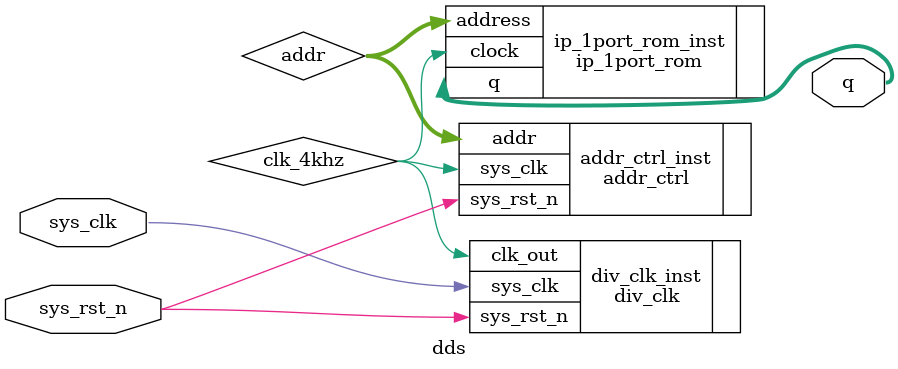
<source format=v>
module dds (
	input sys_clk,
	input sys_rst_n,
	output [7:0] q
);
	wire [7:0] addr;
	wire clk_4khz;

	div_clk div_clk_inst (
		.sys_clk (sys_clk),
		.sys_rst_n (sys_rst_n),
		.clk_out (clk_4khz)
	);

	addr_ctrl addr_ctrl_inst (
		.sys_clk (clk_4khz),
		.sys_rst_n (sys_rst_n),
		.addr (addr)
	);

	ip_1port_rom ip_1port_rom_inst (
		.address (addr),
		.clock (clk_4khz),
		.q (q)
	);
endmodule
</source>
